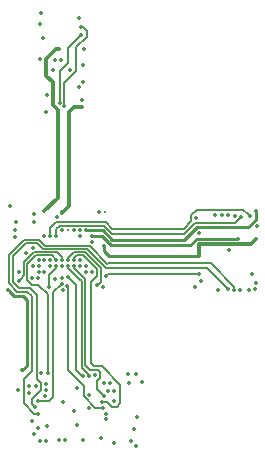
<source format=gbr>
G04 #@! TF.GenerationSoftware,KiCad,Pcbnew,(5.1.0)-1*
G04 #@! TF.CreationDate,2019-09-15T18:31:34-07:00*
G04 #@! TF.ProjectId,Miniscope-v4-Rigid-Flex,4d696e69-7363-46f7-9065-2d76342d5269,rev?*
G04 #@! TF.SameCoordinates,Original*
G04 #@! TF.FileFunction,Copper,L3,Inr*
G04 #@! TF.FilePolarity,Positive*
%FSLAX46Y46*%
G04 Gerber Fmt 4.6, Leading zero omitted, Abs format (unit mm)*
G04 Created by KiCad (PCBNEW (5.1.0)-1) date 2019-09-15 18:31:34*
%MOMM*%
%LPD*%
G04 APERTURE LIST*
%ADD10C,0.350000*%
%ADD11C,0.300000*%
%ADD12C,0.254000*%
%ADD13C,0.304800*%
%ADD14C,0.203200*%
%ADD15C,0.152400*%
G04 APERTURE END LIST*
D10*
X101926400Y-93297000D03*
X102967800Y-98080200D03*
X108153200Y-125282200D03*
X108153200Y-126171200D03*
X109423200Y-124571000D03*
X110515400Y-124494800D03*
X99774000Y-111621200D03*
X101323400Y-110300400D03*
X101729600Y-115758600D03*
X106234400Y-115180800D03*
X102234400Y-115180800D03*
X101734400Y-114680800D03*
X101734400Y-114180800D03*
X104734400Y-111680800D03*
X106234400Y-112180800D03*
D11*
X104234400Y-111680800D03*
D10*
X110042800Y-127500000D03*
X109792800Y-128500000D03*
X104991600Y-128180600D03*
X101833200Y-129476000D03*
X101172800Y-127850400D03*
X107010200Y-129295400D03*
X107268800Y-124573800D03*
X104736800Y-126948400D03*
X102459800Y-100213800D03*
X102383600Y-101687000D03*
X105380800Y-101225400D03*
X105584000Y-96353000D03*
X101824800Y-97191200D03*
X105203000Y-93736800D03*
X117862700Y-113338600D03*
X117238200Y-110373800D03*
X115109000Y-110653200D03*
X115450200Y-115976100D03*
X116963200Y-116749200D03*
X106041200Y-125597800D03*
X100000000Y-125215199D03*
X105990400Y-126740800D03*
X103727105Y-115714263D03*
X103805272Y-126232072D03*
X103803210Y-116715800D03*
X106854008Y-110111800D03*
X118588800Y-112378800D03*
X103729800Y-110162600D03*
X102425200Y-128206000D03*
X102409000Y-124691400D03*
X104441000Y-98072204D03*
X101323400Y-110960800D03*
X105734400Y-115180800D03*
X101734400Y-115180800D03*
X105234400Y-111680800D03*
X107253800Y-112992800D03*
X104017600Y-129450600D03*
X101346000Y-128914400D03*
X110000000Y-123859988D03*
X115349800Y-112877800D03*
X115349800Y-113877800D03*
X120188996Y-112380400D03*
X108149400Y-129707400D03*
X104978200Y-125064400D03*
X100123002Y-115199800D03*
X106512389Y-123949248D03*
X103234400Y-112180800D03*
X118919000Y-110551600D03*
X120189000Y-116106199D03*
X102734400Y-112180800D03*
X119604804Y-110492800D03*
X115349800Y-115361998D03*
X107412800Y-115572800D03*
X102734400Y-114180800D03*
X118769390Y-116698400D03*
X102234400Y-114180800D03*
X120039390Y-116673000D03*
X119833400Y-115377600D03*
X100656400Y-113642400D03*
X101234400Y-114680800D03*
X102234400Y-112180800D03*
X105734400Y-111680800D03*
X106234400Y-112680800D03*
X107818800Y-124573800D03*
X105380800Y-100675400D03*
X103454800Y-96327600D03*
X105533200Y-99091800D03*
X114956600Y-116469800D03*
X100910400Y-125441000D03*
X102237800Y-110066210D03*
X99716600Y-112245400D03*
X107235000Y-116487200D03*
X120112800Y-110035600D03*
X116688200Y-110378800D03*
X115349800Y-111867190D03*
D11*
X107387400Y-110111800D03*
D10*
X99799400Y-110960800D03*
X109343200Y-123853200D03*
X100377000Y-123548400D03*
X99183200Y-116741200D03*
X118360200Y-110475400D03*
X105533200Y-97644000D03*
X105126810Y-99545400D03*
X101901000Y-94230800D03*
X103653600Y-97240200D03*
X102129600Y-95362400D03*
X103734400Y-114680800D03*
X105734400Y-114680800D03*
X101175400Y-115736000D03*
X103734400Y-111680800D03*
X103234400Y-114680800D03*
X102586800Y-116444400D03*
X102358198Y-125199400D03*
X102307400Y-125707400D03*
X103145598Y-115826800D03*
X103272600Y-110518200D03*
X99310200Y-109654600D03*
X101234400Y-113180800D03*
X105234400Y-112180800D03*
X110029000Y-129941200D03*
X109542800Y-129500000D03*
X103475400Y-129450600D03*
X102383200Y-129476000D03*
X105516200Y-129450600D03*
X101722800Y-128409200D03*
X102734400Y-114680800D03*
X120239800Y-111339000D03*
X119533132Y-116770068D03*
X117801400Y-110399200D03*
X103153600Y-97240200D03*
X103234400Y-114180800D03*
X102536000Y-123726200D03*
X103734400Y-114180800D03*
X100046800Y-115953800D03*
X101977200Y-123728999D03*
X106015800Y-123972200D03*
X104234400Y-114680800D03*
X105507800Y-124023000D03*
X104263192Y-115631600D03*
X104234400Y-114180800D03*
X107598768Y-125301168D03*
X106727000Y-116309400D03*
X104734400Y-114680800D03*
X107285800Y-125699400D03*
X103704402Y-116190400D03*
X101678614Y-126152184D03*
X104734400Y-114180800D03*
X107071800Y-126198400D03*
X107412800Y-127198000D03*
X105234400Y-114198410D03*
X104127250Y-116365400D03*
X107184200Y-126698000D03*
X105234400Y-114680800D03*
X107477028Y-127667172D03*
X101671800Y-127212600D03*
X118284000Y-116698400D03*
X117776000Y-116673004D03*
X101469198Y-126639200D03*
X103526600Y-100899600D03*
X105330000Y-95108400D03*
X100910400Y-124891000D03*
X103933000Y-101153600D03*
X105304600Y-94498800D03*
X101494600Y-124891000D03*
D12*
X118341313Y-112378800D02*
X118588800Y-112378800D01*
X115153400Y-112378800D02*
X118341313Y-112378800D01*
X114575600Y-112956600D02*
X115153400Y-112378800D01*
X107895400Y-112956600D02*
X114575600Y-112956600D01*
X106234400Y-112180800D02*
X107119600Y-112180800D01*
X107119600Y-112180800D02*
X107895400Y-112956600D01*
D13*
X104288600Y-109629200D02*
X103729800Y-110188000D01*
X104288600Y-101679000D02*
X104288600Y-109629200D01*
X105380800Y-101225400D02*
X104742200Y-101225400D01*
X104742200Y-101225400D02*
X104288600Y-101679000D01*
X115349800Y-113877800D02*
X115349800Y-112877800D01*
X115364600Y-112863000D02*
X115349800Y-112877800D01*
X120188996Y-112380400D02*
X119706396Y-112863000D01*
X119706396Y-112863000D02*
X115364600Y-112863000D01*
D12*
X114755800Y-113877800D02*
X115349800Y-113877800D01*
X107723800Y-113877800D02*
X114755800Y-113877800D01*
X107253800Y-113407800D02*
X107723800Y-113877800D01*
X107253800Y-112992800D02*
X107253800Y-113407800D01*
D14*
X118744001Y-110726599D02*
X118919000Y-110551600D01*
X118393600Y-111077000D02*
X118744001Y-110726599D01*
X114956600Y-111077000D02*
X118393600Y-111077000D01*
X103234400Y-111597800D02*
X103529600Y-111302600D01*
X103234400Y-112180800D02*
X103234400Y-111597800D01*
X103529600Y-111302600D02*
X107282800Y-111302600D01*
X107282800Y-111302600D02*
X107997000Y-112016800D01*
X107997000Y-112016800D02*
X114016800Y-112016800D01*
X114016800Y-112016800D02*
X114956600Y-111077000D01*
X119429805Y-110317801D02*
X119604804Y-110492800D01*
X119046004Y-109934000D02*
X119429805Y-110317801D01*
X115134400Y-109934000D02*
X119046004Y-109934000D01*
X102734400Y-111462800D02*
X103199411Y-110997789D01*
X114651800Y-110416600D02*
X115134400Y-109934000D01*
X102734400Y-112180800D02*
X102734400Y-111462800D01*
X103199411Y-110997789D02*
X107409789Y-110997789D01*
X107409789Y-110997789D02*
X107971600Y-111559600D01*
X107971600Y-111559600D02*
X114016800Y-111559600D01*
X114651800Y-110924600D02*
X114651800Y-110416600D01*
X114016800Y-111559600D02*
X114651800Y-110924600D01*
X107963998Y-115361998D02*
X115349800Y-115361998D01*
X107412800Y-115572800D02*
X107623602Y-115361998D01*
X107623602Y-115361998D02*
X107963998Y-115361998D01*
D12*
X120112800Y-110772200D02*
X120112800Y-110035600D01*
X119477800Y-111407200D02*
X120112800Y-110772200D01*
X115134400Y-111407200D02*
X119477800Y-111407200D01*
X105911176Y-111680800D02*
X105916976Y-111686600D01*
X105734400Y-111680800D02*
X105911176Y-111680800D01*
X105916976Y-111686600D02*
X107158800Y-111686600D01*
X107158800Y-111686600D02*
X107946399Y-112474199D01*
X107946399Y-112474199D02*
X114067401Y-112474199D01*
X114067401Y-112474199D02*
X115134400Y-111407200D01*
D13*
X103229800Y-96327600D02*
X103454800Y-96327600D01*
X103399600Y-108904410D02*
X103399600Y-101526600D01*
X102237800Y-110066210D02*
X103399600Y-108904410D01*
X103399600Y-101526600D02*
X102967800Y-101094800D01*
X103229800Y-96337000D02*
X103229800Y-96327600D01*
X102967800Y-101094800D02*
X102967800Y-99139000D01*
X102967800Y-99139000D02*
X102409000Y-98580200D01*
X102409000Y-97157800D02*
X103229800Y-96337000D01*
X102409000Y-98580200D02*
X102409000Y-97157800D01*
D12*
X99220572Y-116803972D02*
X99220572Y-116703828D01*
X99640400Y-117223800D02*
X99220572Y-116803972D01*
X100453200Y-117223800D02*
X99640400Y-117223800D01*
X100783400Y-117554000D02*
X100453200Y-117223800D01*
X100377000Y-123548400D02*
X100783400Y-123142000D01*
X100783400Y-123142000D02*
X100783400Y-117554000D01*
D15*
X103234400Y-114680800D02*
X103234400Y-114688600D01*
X102586800Y-115505176D02*
X102586800Y-116444400D01*
X103234400Y-114680800D02*
X103234400Y-114857576D01*
X103234400Y-114857576D02*
X102586800Y-115505176D01*
D14*
X100764600Y-115884938D02*
X100764600Y-115847346D01*
X101163662Y-116284000D02*
X100764600Y-115884938D01*
X101723200Y-116284000D02*
X101163662Y-116284000D01*
X102536000Y-117096800D02*
X101723200Y-116284000D01*
X102536000Y-123726200D02*
X102536000Y-117096800D01*
D15*
X100783411Y-114548789D02*
X100783411Y-115828535D01*
X100783411Y-115828535D02*
X100764600Y-115847346D01*
X102848411Y-113794811D02*
X101537389Y-113794811D01*
X103234400Y-114180800D02*
X102848411Y-113794811D01*
X101537389Y-113794811D02*
X100783411Y-114548789D01*
X100221799Y-115778801D02*
X100046800Y-115953800D01*
X103734400Y-113977200D02*
X103298000Y-113540800D01*
X103734400Y-114180800D02*
X103734400Y-113977200D01*
X103298000Y-113540800D02*
X101367600Y-113540800D01*
X101367600Y-113540800D02*
X100529400Y-114379000D01*
X100529400Y-114379000D02*
X100529400Y-115471200D01*
X100529400Y-115471200D02*
X100221799Y-115778801D01*
X104234400Y-114680800D02*
X104234400Y-114866200D01*
X104234400Y-114866200D02*
X105228400Y-115860200D01*
D14*
X106015800Y-123954800D02*
X106015800Y-123972200D01*
X105380800Y-123319800D02*
X106015800Y-123954800D01*
X105203000Y-115834800D02*
X105380800Y-116012600D01*
X105380800Y-116012600D02*
X105380800Y-123319800D01*
X105449000Y-124023000D02*
X105507800Y-124023000D01*
X104923600Y-123497600D02*
X105449000Y-124023000D01*
X104263192Y-115631600D02*
X104923600Y-116292008D01*
X104923600Y-116292008D02*
X104923600Y-123497600D01*
D15*
X106901999Y-116134401D02*
X106727000Y-116309400D01*
X107016006Y-114845806D02*
X107016006Y-116020394D01*
X104234400Y-114180800D02*
X104234400Y-114001400D01*
X104234400Y-114001400D02*
X104720400Y-113515400D01*
X104720400Y-113515400D02*
X104949000Y-113515400D01*
X104949000Y-113515400D02*
X104949011Y-113515389D01*
X107016006Y-116020394D02*
X106901999Y-116134401D01*
X104949011Y-113515389D02*
X105685589Y-113515389D01*
X105685589Y-113515389D02*
X107016006Y-114845806D01*
X104734400Y-114680800D02*
X104734400Y-114832800D01*
X104734400Y-114832800D02*
X105584000Y-115682400D01*
D14*
X105711000Y-123116600D02*
X105711000Y-115809400D01*
X106066600Y-123472200D02*
X105711000Y-123116600D01*
X105711000Y-115809400D02*
X105584000Y-115682400D01*
X106676200Y-125089800D02*
X106676200Y-124437400D01*
X107285800Y-125699400D02*
X106676200Y-125089800D01*
X106676200Y-124437400D02*
X106955600Y-124158000D01*
X106955600Y-124158000D02*
X106955600Y-123675400D01*
X106955600Y-123675400D02*
X106752400Y-123472200D01*
X106752400Y-123472200D02*
X106066600Y-123472200D01*
X103729802Y-116165000D02*
X103704402Y-116190400D01*
X101926101Y-126152184D02*
X101678614Y-126152184D01*
X102616616Y-126152184D02*
X101926101Y-126152184D01*
X102967800Y-125801000D02*
X102616616Y-126152184D01*
X103704402Y-116190400D02*
X102967800Y-116927002D01*
X102967800Y-116927002D02*
X102967800Y-125801000D01*
X107497400Y-126198400D02*
X107071800Y-126198400D01*
X107912800Y-126613800D02*
X107497400Y-126198400D01*
X108360600Y-126613800D02*
X107912800Y-126613800D01*
X106168200Y-122888000D02*
X106447600Y-123167400D01*
X106168200Y-116495200D02*
X106168200Y-122888000D01*
X106447600Y-123167400D02*
X107090600Y-123167400D01*
X107090600Y-123167400D02*
X108657400Y-124734200D01*
X108657400Y-124734200D02*
X108657400Y-126317000D01*
X108657400Y-126317000D02*
X108360600Y-126613800D01*
D15*
X106168200Y-116292000D02*
X106168200Y-116495200D01*
X106168200Y-116055400D02*
X106168200Y-116292000D01*
X104734400Y-114009400D02*
X104974400Y-113769400D01*
X104734400Y-114180800D02*
X104734400Y-114009400D01*
X105507800Y-113769400D02*
X106676200Y-114937800D01*
X106676200Y-114937800D02*
X106676200Y-115547400D01*
X104974400Y-113769400D02*
X105507800Y-113769400D01*
X106676200Y-115547400D02*
X106168200Y-116055400D01*
D14*
X106936713Y-126698000D02*
X107184200Y-126698000D01*
X104237800Y-116475950D02*
X104237800Y-123523000D01*
X104127250Y-116365400D02*
X104237800Y-116475950D01*
X104237800Y-123523000D02*
X105558600Y-124843800D01*
X105558600Y-125707400D02*
X106549200Y-126698000D01*
X105558600Y-124843800D02*
X105558600Y-125707400D01*
X106549200Y-126698000D02*
X106936713Y-126698000D01*
X101665200Y-127206000D02*
X101671800Y-127212600D01*
X116313687Y-114480600D02*
X107597848Y-114480600D01*
X118284000Y-116698400D02*
X118284000Y-116450913D01*
X118284000Y-116450913D02*
X116313687Y-114480600D01*
X101348800Y-127212600D02*
X101671800Y-127212600D01*
X100478600Y-126342400D02*
X101348800Y-127212600D01*
X101164400Y-123624600D02*
X100478600Y-124310400D01*
X100264536Y-112764264D02*
X99234000Y-113794800D01*
X99234000Y-113794800D02*
X99234000Y-116157000D01*
X99234000Y-116157000D02*
X99953199Y-116876199D01*
X101164400Y-117274600D02*
X101164400Y-123624600D01*
X99953199Y-116876199D02*
X100765999Y-116876199D01*
X100478600Y-124310400D02*
X100478600Y-126342400D01*
X100765999Y-116876199D02*
X101164400Y-117274600D01*
D15*
X100541210Y-112487590D02*
X100264536Y-112764264D01*
X101762190Y-112487590D02*
X100541210Y-112487590D01*
X102281967Y-113007367D02*
X101762190Y-112487590D01*
X107572448Y-114506000D02*
X106073815Y-113007367D01*
X106073815Y-113007367D02*
X102281967Y-113007367D01*
D14*
X117776000Y-116673004D02*
X115989996Y-114887000D01*
X115989996Y-114887000D02*
X107899024Y-114887000D01*
X100693601Y-112766999D02*
X100972063Y-112766999D01*
X99598799Y-113861801D02*
X100693601Y-112766999D01*
X99598799Y-116064599D02*
X99598799Y-113861801D01*
X100105588Y-116571388D02*
X99598799Y-116064599D01*
X101570800Y-117122200D02*
X101019988Y-116571388D01*
X101215200Y-126385202D02*
X101215200Y-125936000D01*
X101469198Y-126639200D02*
X101215200Y-126385202D01*
X101215200Y-125936000D02*
X101926400Y-125224800D01*
X101926400Y-125224800D02*
X101926400Y-124615200D01*
X101019988Y-116571388D02*
X100105588Y-116571388D01*
X101926400Y-124615200D02*
X101570800Y-124259600D01*
X101570800Y-124259600D02*
X101570800Y-117122200D01*
D15*
X107848224Y-114887000D02*
X107873624Y-114861600D01*
X100983864Y-112778800D02*
X101647000Y-112778800D01*
X100972063Y-112766999D02*
X100983864Y-112778800D01*
X101647000Y-112778800D02*
X102129578Y-113261378D01*
X102129578Y-113261378D02*
X105837978Y-113261378D01*
X105837978Y-113261378D02*
X107463600Y-114887000D01*
X107463600Y-114887000D02*
X107848224Y-114887000D01*
X103526600Y-100652113D02*
X103526600Y-100899600D01*
X103526600Y-98223400D02*
X103526600Y-100652113D01*
X104250000Y-97500000D02*
X103526600Y-98223400D01*
X104250000Y-96250000D02*
X104250000Y-97500000D01*
X105330000Y-95108400D02*
X105330000Y-95170000D01*
X105330000Y-95170000D02*
X104250000Y-96250000D01*
X105498800Y-94498800D02*
X105304600Y-94498800D01*
X104949000Y-98207200D02*
X104949000Y-96192600D01*
X104949000Y-96192600D02*
X105812600Y-95329000D01*
X103933000Y-99223200D02*
X104949000Y-98207200D01*
X105812600Y-95329000D02*
X105812600Y-94812600D01*
X103933000Y-101153600D02*
X103933000Y-99223200D01*
X105812600Y-94812600D02*
X105498800Y-94498800D01*
M02*

</source>
